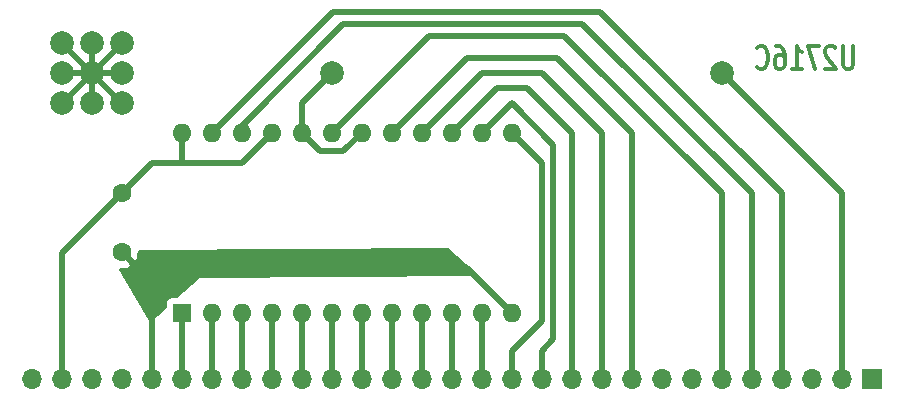
<source format=gbr>
%TF.GenerationSoftware,KiCad,Pcbnew,5.1.10*%
%TF.CreationDate,2021-12-04T10:06:50+01:00*%
%TF.ProjectId,Speichermodul_D,53706569-6368-4657-926d-6f64756c5f44,1*%
%TF.SameCoordinates,Original*%
%TF.FileFunction,Copper,L2,Bot*%
%TF.FilePolarity,Positive*%
%FSLAX46Y46*%
G04 Gerber Fmt 4.6, Leading zero omitted, Abs format (unit mm)*
G04 Created by KiCad (PCBNEW 5.1.10) date 2021-12-04 10:06:50*
%MOMM*%
%LPD*%
G01*
G04 APERTURE LIST*
%TA.AperFunction,NonConductor*%
%ADD10C,0.300000*%
%TD*%
%TA.AperFunction,ComponentPad*%
%ADD11O,1.600000X1.600000*%
%TD*%
%TA.AperFunction,ComponentPad*%
%ADD12R,1.600000X1.600000*%
%TD*%
%TA.AperFunction,SMDPad,CuDef*%
%ADD13C,0.100000*%
%TD*%
%TA.AperFunction,SMDPad,CuDef*%
%ADD14R,5.080000X0.500000*%
%TD*%
%TA.AperFunction,SMDPad,CuDef*%
%ADD15R,0.500000X5.080000*%
%TD*%
%TA.AperFunction,SMDPad,CuDef*%
%ADD16C,2.000000*%
%TD*%
%TA.AperFunction,ComponentPad*%
%ADD17C,1.600000*%
%TD*%
%TA.AperFunction,ComponentPad*%
%ADD18O,1.700000X1.700000*%
%TD*%
%TA.AperFunction,ComponentPad*%
%ADD19R,1.700000X1.700000*%
%TD*%
%TA.AperFunction,ViaPad*%
%ADD20C,2.000000*%
%TD*%
%TA.AperFunction,Conductor*%
%ADD21C,0.500000*%
%TD*%
%TA.AperFunction,Conductor*%
%ADD22C,0.254000*%
%TD*%
%TA.AperFunction,Conductor*%
%ADD23C,0.100000*%
%TD*%
G04 APERTURE END LIST*
D10*
X187035714Y-106904761D02*
X187035714Y-108523809D01*
X186964285Y-108714285D01*
X186892857Y-108809523D01*
X186750000Y-108904761D01*
X186464285Y-108904761D01*
X186321428Y-108809523D01*
X186250000Y-108714285D01*
X186178571Y-108523809D01*
X186178571Y-106904761D01*
X185535714Y-107095238D02*
X185464285Y-107000000D01*
X185321428Y-106904761D01*
X184964285Y-106904761D01*
X184821428Y-107000000D01*
X184750000Y-107095238D01*
X184678571Y-107285714D01*
X184678571Y-107476190D01*
X184750000Y-107761904D01*
X185607142Y-108904761D01*
X184678571Y-108904761D01*
X184178571Y-106904761D02*
X183178571Y-106904761D01*
X183821428Y-108904761D01*
X181821428Y-108904761D02*
X182678571Y-108904761D01*
X182250000Y-108904761D02*
X182250000Y-106904761D01*
X182392857Y-107190476D01*
X182535714Y-107380952D01*
X182678571Y-107476190D01*
X180535714Y-106904761D02*
X180821428Y-106904761D01*
X180964285Y-107000000D01*
X181035714Y-107095238D01*
X181178571Y-107380952D01*
X181250000Y-107761904D01*
X181250000Y-108523809D01*
X181178571Y-108714285D01*
X181107142Y-108809523D01*
X180964285Y-108904761D01*
X180678571Y-108904761D01*
X180535714Y-108809523D01*
X180464285Y-108714285D01*
X180392857Y-108523809D01*
X180392857Y-108047619D01*
X180464285Y-107857142D01*
X180535714Y-107761904D01*
X180678571Y-107666666D01*
X180964285Y-107666666D01*
X181107142Y-107761904D01*
X181178571Y-107857142D01*
X181250000Y-108047619D01*
X178892857Y-108714285D02*
X178964285Y-108809523D01*
X179178571Y-108904761D01*
X179321428Y-108904761D01*
X179535714Y-108809523D01*
X179678571Y-108619047D01*
X179750000Y-108428571D01*
X179821428Y-108047619D01*
X179821428Y-107761904D01*
X179750000Y-107380952D01*
X179678571Y-107190476D01*
X179535714Y-107000000D01*
X179321428Y-106904761D01*
X179178571Y-106904761D01*
X178964285Y-107000000D01*
X178892857Y-107095238D01*
D11*
%TO.P,U3,24*%
%TO.N,+5P*%
X130175000Y-114300000D03*
%TO.P,U3,12*%
%TO.N,GND*%
X158115000Y-129540000D03*
%TO.P,U3,23*%
%TO.N,/A8*%
X132715000Y-114300000D03*
%TO.P,U3,11*%
%TO.N,/D2*%
X155575000Y-129540000D03*
%TO.P,U3,22*%
%TO.N,/A9*%
X135255000Y-114300000D03*
%TO.P,U3,10*%
%TO.N,/D1*%
X153035000Y-129540000D03*
%TO.P,U3,21*%
%TO.N,+5P*%
X137795000Y-114300000D03*
%TO.P,U3,9*%
%TO.N,/D0*%
X150495000Y-129540000D03*
%TO.P,U3,20*%
%TO.N,/~CSB*%
X140335000Y-114300000D03*
%TO.P,U3,8*%
%TO.N,/A0*%
X147955000Y-129540000D03*
%TO.P,U3,19*%
%TO.N,/A10*%
X142875000Y-114300000D03*
%TO.P,U3,7*%
%TO.N,/A1*%
X145415000Y-129540000D03*
%TO.P,U3,18*%
%TO.N,/~CSB*%
X145415000Y-114300000D03*
%TO.P,U3,6*%
%TO.N,/A2*%
X142875000Y-129540000D03*
%TO.P,U3,17*%
%TO.N,/D7*%
X147955000Y-114300000D03*
%TO.P,U3,5*%
%TO.N,/A3*%
X140335000Y-129540000D03*
%TO.P,U3,16*%
%TO.N,/D6*%
X150495000Y-114300000D03*
%TO.P,U3,4*%
%TO.N,/A4*%
X137795000Y-129540000D03*
%TO.P,U3,15*%
%TO.N,/D5*%
X153035000Y-114300000D03*
%TO.P,U3,3*%
%TO.N,/A5*%
X135255000Y-129540000D03*
%TO.P,U3,14*%
%TO.N,/D4*%
X155575000Y-114300000D03*
%TO.P,U3,2*%
%TO.N,/A6*%
X132715000Y-129540000D03*
%TO.P,U3,13*%
%TO.N,/D3*%
X158115000Y-114300000D03*
D12*
%TO.P,U3,1*%
%TO.N,/A7*%
X130175000Y-129540000D03*
%TD*%
%TA.AperFunction,SMDPad,CuDef*%
D13*
%TO.P,REF\u002A\u002A,2*%
%TO.N,N/C*%
G36*
X120301903Y-106548350D02*
G01*
X125251650Y-111498097D01*
X124898097Y-111851650D01*
X119948350Y-106901903D01*
X120301903Y-106548350D01*
G37*
%TD.AperFunction*%
%TA.AperFunction,SMDPad,CuDef*%
G36*
X119948350Y-111498097D02*
G01*
X124898097Y-106548350D01*
X125251650Y-106901903D01*
X120301903Y-111851650D01*
X119948350Y-111498097D01*
G37*
%TD.AperFunction*%
D14*
X122600000Y-109200000D03*
D15*
X122600000Y-109200000D03*
D16*
%TO.P,REF\u002A\u002A,1*%
X120060000Y-109200000D03*
X120060000Y-106660000D03*
X122600000Y-106660000D03*
X125140000Y-106660000D03*
X125140000Y-109200000D03*
X125140000Y-111740000D03*
X122600000Y-111740000D03*
X120060000Y-111740000D03*
X122600000Y-109200000D03*
%TD*%
D17*
%TO.P,C3,2*%
%TO.N,GND*%
X125095000Y-124380000D03*
%TO.P,C3,1*%
%TO.N,+5P*%
X125095000Y-119380000D03*
%TD*%
D18*
%TO.P,X10,29*%
%TO.N,Net-(X10-Pad29)*%
X117470000Y-135160000D03*
%TO.P,X10,28*%
%TO.N,+5P*%
X120010000Y-135160000D03*
%TO.P,X10,27*%
%TO.N,Net-(X10-Pad27)*%
X122550000Y-135160000D03*
%TO.P,X10,26*%
%TO.N,Net-(X10-Pad26)*%
X125090000Y-135160000D03*
%TO.P,X10,25*%
%TO.N,GND*%
X127630000Y-135160000D03*
%TO.P,X10,24*%
%TO.N,/A7*%
X130170000Y-135160000D03*
%TO.P,X10,23*%
%TO.N,/A6*%
X132710000Y-135160000D03*
%TO.P,X10,22*%
%TO.N,/A5*%
X135250000Y-135160000D03*
%TO.P,X10,21*%
%TO.N,/A4*%
X137790000Y-135160000D03*
%TO.P,X10,20*%
%TO.N,/A3*%
X140330000Y-135160000D03*
%TO.P,X10,19*%
%TO.N,/A2*%
X142870000Y-135160000D03*
%TO.P,X10,18*%
%TO.N,/A1*%
X145410000Y-135160000D03*
%TO.P,X10,17*%
%TO.N,/A0*%
X147950000Y-135160000D03*
%TO.P,X10,16*%
%TO.N,/D0*%
X150490000Y-135160000D03*
%TO.P,X10,15*%
%TO.N,/D1*%
X153030000Y-135160000D03*
%TO.P,X10,14*%
%TO.N,/D2*%
X155570000Y-135160000D03*
%TO.P,X10,13*%
%TO.N,/D3*%
X158110000Y-135160000D03*
%TO.P,X10,12*%
%TO.N,/D4*%
X160650000Y-135160000D03*
%TO.P,X10,11*%
%TO.N,/D5*%
X163190000Y-135160000D03*
%TO.P,X10,10*%
%TO.N,/D6*%
X165730000Y-135160000D03*
%TO.P,X10,9*%
%TO.N,/D7*%
X168270000Y-135160000D03*
%TO.P,X10,8*%
%TO.N,Net-(X10-Pad8)*%
X170810000Y-135160000D03*
%TO.P,X10,7*%
%TO.N,Net-(X10-Pad7)*%
X173350000Y-135160000D03*
%TO.P,X10,6*%
%TO.N,/A10*%
X175890000Y-135160000D03*
%TO.P,X10,5*%
%TO.N,/A9*%
X178430000Y-135160000D03*
%TO.P,X10,4*%
%TO.N,/A8*%
X180970000Y-135160000D03*
%TO.P,X10,3*%
%TO.N,Net-(X10-Pad3)*%
X183510000Y-135160000D03*
%TO.P,X10,2*%
%TO.N,/~CSB*%
X186050000Y-135160000D03*
D19*
%TO.P,X10,1*%
%TO.N,Net-(X10-Pad1)*%
X188590000Y-135160000D03*
%TD*%
D20*
%TO.N,/~CSB*%
X142875000Y-109220000D03*
X175895000Y-109220000D03*
%TD*%
D21*
%TO.N,GND*%
X158115000Y-129540000D02*
X154305000Y-125730000D01*
X126445000Y-125730000D02*
X125095000Y-124380000D01*
X154305000Y-125730000D02*
X126445000Y-125730000D01*
X127630000Y-135160000D02*
X127630000Y-125735000D01*
%TO.N,+5P*%
X137795000Y-114300000D02*
X135255000Y-116840000D01*
X127635000Y-116840000D02*
X125095000Y-119380000D01*
X130175000Y-114300000D02*
X130175000Y-116840000D01*
X130175000Y-116840000D02*
X127635000Y-116840000D01*
X135255000Y-116840000D02*
X130175000Y-116840000D01*
X120010000Y-124465000D02*
X120010000Y-135160000D01*
X125095000Y-119380000D02*
X120010000Y-124465000D01*
%TO.N,/A8*%
X132715000Y-114300000D02*
X142970020Y-104044980D01*
X142970020Y-104044980D02*
X165639980Y-104044980D01*
X180970000Y-119375000D02*
X180970000Y-135160000D01*
X165639980Y-104044980D02*
X180970000Y-119375000D01*
%TO.N,/D2*%
X155575000Y-135155000D02*
X155570000Y-135160000D01*
X155575000Y-129540000D02*
X155575000Y-135155000D01*
%TO.N,/A9*%
X178430000Y-135160000D02*
X178430000Y-119375000D01*
X164099990Y-105044990D02*
X143875010Y-105044990D01*
X178430000Y-119375000D02*
X164099990Y-105044990D01*
X135255000Y-113665000D02*
X135255000Y-114300000D01*
X143875010Y-105044990D02*
X135255000Y-113665000D01*
%TO.N,/D1*%
X153030000Y-129545000D02*
X153035000Y-129540000D01*
X153030000Y-135160000D02*
X153030000Y-129545000D01*
%TO.N,/D0*%
X150495000Y-135155000D02*
X150490000Y-135160000D01*
X150495000Y-129540000D02*
X150495000Y-135155000D01*
%TO.N,/A0*%
X147950000Y-129545000D02*
X147955000Y-129540000D01*
X147950000Y-135160000D02*
X147950000Y-129545000D01*
%TO.N,/A10*%
X142875000Y-114300000D02*
X151130000Y-106045000D01*
X151130000Y-106045000D02*
X162560000Y-106045000D01*
X175890000Y-119375000D02*
X175890000Y-135160000D01*
X162560000Y-106045000D02*
X175890000Y-119375000D01*
%TO.N,/A1*%
X145410000Y-129545000D02*
X145415000Y-129540000D01*
X145410000Y-135160000D02*
X145410000Y-129545000D01*
%TO.N,/A2*%
X142870000Y-129545000D02*
X142875000Y-129540000D01*
X142870000Y-135160000D02*
X142870000Y-129545000D01*
%TO.N,/D7*%
X154305000Y-107950000D02*
X147955000Y-114300000D01*
X161925000Y-107950000D02*
X154305000Y-107950000D01*
X168270000Y-114295000D02*
X161925000Y-107950000D01*
X168270000Y-135160000D02*
X168270000Y-114295000D01*
%TO.N,/A3*%
X140330000Y-129545000D02*
X140335000Y-129540000D01*
X140330000Y-135160000D02*
X140330000Y-129545000D01*
%TO.N,/D6*%
X150495000Y-114300000D02*
X155575000Y-109220000D01*
X155575000Y-109220000D02*
X160655000Y-109220000D01*
X165730000Y-114295000D02*
X165730000Y-135160000D01*
X160655000Y-109220000D02*
X165730000Y-114295000D01*
%TO.N,/A4*%
X137790000Y-129545000D02*
X137795000Y-129540000D01*
X137790000Y-135160000D02*
X137790000Y-129545000D01*
%TO.N,/D5*%
X156845000Y-110490000D02*
X153035000Y-114300000D01*
X159385000Y-110490000D02*
X156845000Y-110490000D01*
X163190000Y-114295000D02*
X159385000Y-110490000D01*
X163190000Y-135160000D02*
X163190000Y-114295000D01*
%TO.N,/A5*%
X135255000Y-135155000D02*
X135250000Y-135160000D01*
X135255000Y-129540000D02*
X135255000Y-135155000D01*
%TO.N,/D4*%
X155575000Y-114300000D02*
X158115000Y-111760000D01*
X161655010Y-115300010D02*
X161655010Y-131714990D01*
X158115000Y-111760000D02*
X161655010Y-115300010D01*
X160650000Y-132720000D02*
X160650000Y-135160000D01*
X161655010Y-131714990D02*
X160650000Y-132720000D01*
%TO.N,/A6*%
X132710000Y-129545000D02*
X132715000Y-129540000D01*
X132710000Y-135160000D02*
X132710000Y-129545000D01*
%TO.N,/D3*%
X158110000Y-135160000D02*
X158110000Y-132720000D01*
X158110000Y-132720000D02*
X160655000Y-130175000D01*
X160655000Y-116840000D02*
X158115000Y-114300000D01*
X160655000Y-130175000D02*
X160655000Y-116840000D01*
%TO.N,/A7*%
X130175000Y-135155000D02*
X130170000Y-135160000D01*
X130175000Y-129540000D02*
X130175000Y-135155000D01*
%TO.N,/~CSB*%
X141885001Y-115850001D02*
X140335000Y-114300000D01*
X143864999Y-115850001D02*
X141885001Y-115850001D01*
X145415000Y-114300000D02*
X143864999Y-115850001D01*
X140335000Y-111760000D02*
X140335000Y-114300000D01*
X142875000Y-109220000D02*
X140335000Y-111760000D01*
X186050000Y-119375000D02*
X186050000Y-135160000D01*
X175895000Y-109220000D02*
X186050000Y-119375000D01*
%TD*%
D22*
%TO.N,GND*%
X154973691Y-126239864D02*
X131699274Y-126373002D01*
X131674511Y-126375584D01*
X131650729Y-126382947D01*
X131628840Y-126394809D01*
X131614794Y-126405825D01*
X129740154Y-128101928D01*
X129375000Y-128101928D01*
X129250518Y-128114188D01*
X129130820Y-128150498D01*
X129020506Y-128209463D01*
X128923815Y-128288815D01*
X128844463Y-128385506D01*
X128785498Y-128495820D01*
X128749188Y-128615518D01*
X128736928Y-128740000D01*
X128736928Y-129009608D01*
X127530032Y-130101562D01*
X124987745Y-125811454D01*
X125165512Y-125820217D01*
X125445130Y-125778787D01*
X125711292Y-125683603D01*
X125836514Y-125616671D01*
X125908097Y-125372702D01*
X125095000Y-124559605D01*
X125080858Y-124573748D01*
X125016321Y-124509211D01*
X125251327Y-124328437D01*
X125288748Y-124365858D01*
X125274605Y-124380000D01*
X126087702Y-125193097D01*
X126331671Y-125121514D01*
X126452571Y-124866004D01*
X126521300Y-124591816D01*
X126534417Y-124325717D01*
X152651291Y-124127373D01*
X154973691Y-126239864D01*
%TA.AperFunction,Conductor*%
D23*
G36*
X154973691Y-126239864D02*
G01*
X131699274Y-126373002D01*
X131674511Y-126375584D01*
X131650729Y-126382947D01*
X131628840Y-126394809D01*
X131614794Y-126405825D01*
X129740154Y-128101928D01*
X129375000Y-128101928D01*
X129250518Y-128114188D01*
X129130820Y-128150498D01*
X129020506Y-128209463D01*
X128923815Y-128288815D01*
X128844463Y-128385506D01*
X128785498Y-128495820D01*
X128749188Y-128615518D01*
X128736928Y-128740000D01*
X128736928Y-129009608D01*
X127530032Y-130101562D01*
X124987745Y-125811454D01*
X125165512Y-125820217D01*
X125445130Y-125778787D01*
X125711292Y-125683603D01*
X125836514Y-125616671D01*
X125908097Y-125372702D01*
X125095000Y-124559605D01*
X125080858Y-124573748D01*
X125016321Y-124509211D01*
X125251327Y-124328437D01*
X125288748Y-124365858D01*
X125274605Y-124380000D01*
X126087702Y-125193097D01*
X126331671Y-125121514D01*
X126452571Y-124866004D01*
X126521300Y-124591816D01*
X126534417Y-124325717D01*
X152651291Y-124127373D01*
X154973691Y-126239864D01*
G37*
%TD.AperFunction*%
%TD*%
M02*

</source>
